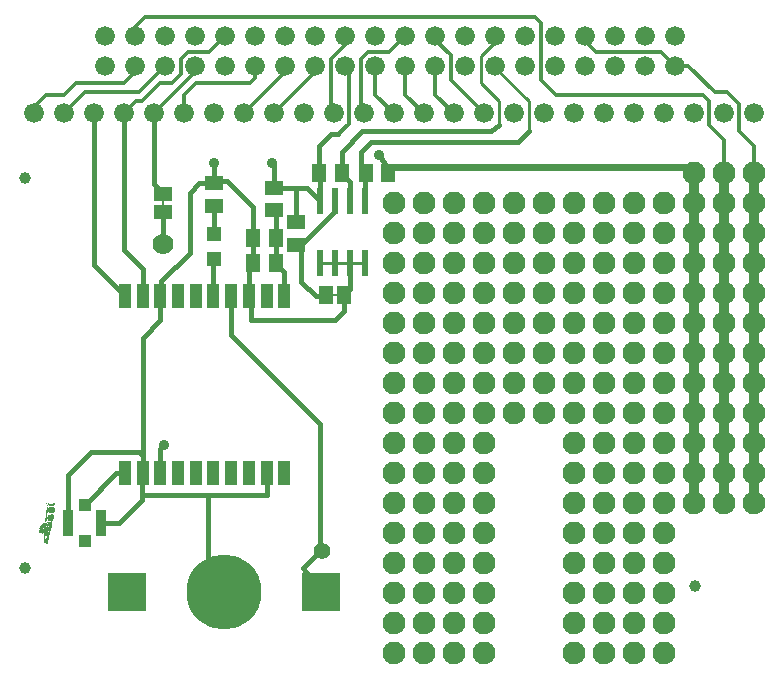
<source format=gbr>
G04 EAGLE Gerber RS-274X export*
G75*
%MOMM*%
%FSLAX34Y34*%
%LPD*%
%INTop Copper*%
%IPPOS*%
%AMOC8*
5,1,8,0,0,1.08239X$1,22.5*%
G01*
%ADD10C,1.676400*%
%ADD11R,0.600000X2.200000*%
%ADD12R,1.300000X1.500000*%
%ADD13R,1.500000X1.300000*%
%ADD14R,1.168400X1.600200*%
%ADD15R,0.635000X0.203200*%
%ADD16R,1.000000X2.000000*%
%ADD17R,1.200000X1.200000*%
%ADD18C,6.350000*%
%ADD19R,3.200000X3.200000*%
%ADD20R,0.850000X2.200000*%
%ADD21R,1.000000X1.050000*%
%ADD22C,1.000000*%
%ADD23R,1.600200X1.168400*%
%ADD24R,0.203200X0.635000*%
%ADD25C,1.778000*%
%ADD26R,0.025400X0.025400*%
%ADD27R,0.025400X0.228600*%
%ADD28R,0.025400X0.355600*%
%ADD29R,0.025400X0.050800*%
%ADD30R,0.025400X0.406400*%
%ADD31R,0.025400X0.127000*%
%ADD32R,0.025400X0.457200*%
%ADD33R,0.025400X0.152400*%
%ADD34R,0.025400X0.482600*%
%ADD35R,0.025400X0.279400*%
%ADD36R,0.025400X0.508000*%
%ADD37R,0.025400X0.177800*%
%ADD38R,0.025400X0.431800*%
%ADD39R,0.025400X0.533400*%
%ADD40R,0.025400X0.203200*%
%ADD41R,0.025400X0.584200*%
%ADD42R,0.025400X0.558800*%
%ADD43R,0.025400X0.304800*%
%ADD44R,0.025400X0.609600*%
%ADD45R,0.025400X0.381000*%
%ADD46R,0.025400X0.330200*%
%ADD47R,0.025400X0.101600*%
%ADD48R,0.025400X0.254000*%
%ADD49R,0.025400X0.076200*%
%ADD50C,1.930400*%
%ADD51C,0.812800*%
%ADD52C,0.304800*%
%ADD53C,0.406400*%
%ADD54C,0.906400*%
%ADD55C,0.609600*%
%ADD56C,0.254000*%
%ADD57C,1.422400*%


D10*
X86240Y522460D03*
X86240Y547860D03*
X111640Y522460D03*
X111640Y547860D03*
X137040Y522460D03*
X137040Y547860D03*
X162440Y522460D03*
X162440Y547860D03*
X187840Y522460D03*
X187840Y547860D03*
X213240Y522460D03*
X213240Y547860D03*
X238640Y522460D03*
X238640Y547860D03*
X264040Y522460D03*
X264040Y547860D03*
X289440Y522460D03*
X289440Y547860D03*
X314840Y522460D03*
X314840Y547860D03*
X340240Y522460D03*
X340240Y547860D03*
X365640Y522460D03*
X365640Y547860D03*
X391040Y522460D03*
X391040Y547860D03*
X416440Y522460D03*
X416440Y547860D03*
X441840Y522460D03*
X441840Y547860D03*
X467240Y522460D03*
X467240Y547860D03*
X492640Y522460D03*
X492640Y547860D03*
X518040Y522460D03*
X518040Y547860D03*
X543440Y522460D03*
X543440Y547860D03*
X568840Y522460D03*
X568840Y547860D03*
X25400Y482600D03*
X50800Y482600D03*
X76200Y482600D03*
X101600Y482600D03*
X127000Y482600D03*
X152400Y482600D03*
X177800Y482600D03*
X203200Y482600D03*
X228600Y482600D03*
X254000Y482600D03*
X279400Y482600D03*
X304800Y482600D03*
X330200Y482600D03*
X355600Y482600D03*
X381000Y482600D03*
X406400Y482600D03*
X431800Y482600D03*
X457200Y482600D03*
X482600Y482600D03*
X508000Y482600D03*
X533400Y482600D03*
X558800Y482600D03*
X584200Y482600D03*
X609600Y482600D03*
X635000Y482600D03*
D11*
X280670Y356270D03*
X280670Y408270D03*
X267970Y356270D03*
X293370Y356270D03*
X306070Y356270D03*
X267970Y408270D03*
X293370Y408270D03*
X306070Y408270D03*
D12*
X306730Y431800D03*
X325730Y431800D03*
X286360Y431800D03*
X267360Y431800D03*
D13*
X247650Y371500D03*
X247650Y390500D03*
D14*
X288290Y328930D03*
X273050Y328930D03*
D15*
X280670Y328930D03*
D16*
X237680Y327730D03*
X222680Y327730D03*
X207680Y327730D03*
X192680Y327730D03*
X177680Y327730D03*
X162680Y327730D03*
X147680Y327730D03*
X132680Y327730D03*
X117680Y327730D03*
X102680Y327730D03*
X102680Y177730D03*
X117680Y177730D03*
X132680Y177730D03*
X147680Y177730D03*
X162680Y177730D03*
X177680Y177730D03*
X192680Y177730D03*
X207680Y177730D03*
X222680Y177730D03*
X237680Y177730D03*
D17*
X177800Y380070D03*
X177800Y359070D03*
D13*
X177800Y423520D03*
X177800Y404520D03*
D12*
X230480Y355600D03*
X211480Y355600D03*
X230480Y377190D03*
X211480Y377190D03*
D13*
X228600Y419710D03*
X228600Y400710D03*
D18*
X186690Y77470D03*
D19*
X268944Y77470D03*
X104436Y77470D03*
D20*
X54830Y135890D03*
X82330Y135890D03*
D21*
X68580Y151140D03*
X68580Y120640D03*
D22*
X17780Y97790D03*
X17780Y427990D03*
X585470Y82550D03*
D23*
X134620Y414020D03*
X134620Y398780D03*
D24*
X134620Y406400D03*
D25*
X134620Y372110D03*
D26*
X43942Y147828D03*
D27*
X43688Y147320D03*
D28*
X43434Y146685D03*
D29*
X43434Y151765D03*
D30*
X43180Y146685D03*
D31*
X43180Y151638D03*
D32*
X42926Y146685D03*
D33*
X42926Y151511D03*
X42672Y141605D03*
D34*
X42672Y146812D03*
D33*
X42672Y151511D03*
D35*
X42418Y141224D03*
D36*
X42418Y146685D03*
D37*
X42418Y151384D03*
D38*
X42164Y140716D03*
D39*
X42164Y146812D03*
D37*
X42164Y151384D03*
D39*
X41910Y140208D03*
X41910Y146812D03*
D40*
X41910Y151257D03*
D41*
X41656Y140208D03*
D39*
X41656Y146812D03*
D40*
X41656Y151257D03*
D29*
X41402Y135509D03*
D41*
X41402Y140208D03*
D42*
X41402Y146685D03*
D40*
X41402Y151257D03*
D37*
X41148Y135128D03*
D41*
X41148Y140208D03*
D42*
X41148Y146685D03*
D40*
X41148Y151257D03*
D43*
X40894Y134747D03*
D41*
X40894Y140208D03*
D42*
X40894Y146685D03*
D40*
X40894Y151257D03*
D38*
X40640Y134112D03*
D44*
X40640Y140081D03*
D39*
X40640Y146812D03*
D40*
X40640Y151257D03*
D42*
X40386Y133731D03*
D41*
X40386Y140208D03*
D39*
X40386Y146812D03*
D40*
X40386Y151257D03*
D41*
X40132Y133604D03*
X40132Y140208D03*
D36*
X40132Y146685D03*
D40*
X40132Y151257D03*
D29*
X39878Y129159D03*
D44*
X39878Y133477D03*
D41*
X39878Y140208D03*
D34*
X39878Y146812D03*
D40*
X39878Y151257D03*
D37*
X39624Y128778D03*
D34*
X39624Y134112D03*
D41*
X39624Y140208D03*
D32*
X39624Y146685D03*
D40*
X39624Y151257D03*
D27*
X39370Y128016D03*
D30*
X39370Y134493D03*
D39*
X39370Y140208D03*
D38*
X39370Y146812D03*
D37*
X39370Y151384D03*
X39116Y130810D03*
D35*
X39116Y127254D03*
D28*
X39116Y134747D03*
D39*
X39116Y140208D03*
D45*
X39116Y146812D03*
D37*
X39116Y151384D03*
D43*
X38862Y130937D03*
D46*
X38862Y126492D03*
X38862Y134874D03*
D34*
X38862Y140208D03*
D46*
X38862Y146812D03*
D33*
X38862Y151511D03*
D30*
X38608Y130683D03*
D45*
X38608Y125984D03*
D46*
X38608Y134874D03*
D38*
X38608Y140208D03*
D35*
X38608Y146812D03*
D33*
X38608Y151511D03*
D30*
X38354Y130937D03*
D29*
X38354Y123063D03*
D45*
X38354Y125984D03*
D33*
X38354Y135509D03*
D45*
X38354Y140208D03*
D37*
X38354Y146812D03*
D31*
X38354Y151638D03*
D30*
X38100Y130683D03*
D33*
X38100Y122555D03*
D28*
X38100Y125857D03*
D31*
X38100Y135636D03*
D46*
X38100Y140208D03*
D29*
X38100Y151765D03*
D32*
X37846Y130429D03*
D47*
X37846Y133985D03*
D48*
X37846Y122047D03*
D46*
X37846Y125730D03*
D49*
X37846Y135636D03*
D27*
X37846Y140208D03*
D34*
X37592Y130302D03*
D33*
X37592Y133985D03*
D28*
X37592Y121285D03*
D43*
X37592Y125603D03*
D26*
X37592Y135636D03*
D49*
X37592Y140208D03*
D32*
X37338Y130175D03*
D37*
X37338Y134112D03*
D38*
X37338Y146558D03*
D29*
X37338Y150495D03*
D32*
X37338Y120777D03*
D35*
X37338Y125730D03*
D32*
X37084Y130175D03*
D27*
X37084Y134112D03*
D41*
X37084Y144272D03*
D32*
X37084Y120777D03*
D48*
X37084Y125857D03*
D32*
X36830Y129921D03*
D27*
X36830Y134112D03*
D36*
X36830Y141859D03*
D26*
X36830Y151638D03*
D38*
X36830Y120650D03*
D27*
X36830Y125730D03*
D34*
X36576Y129794D03*
D48*
X36576Y133985D03*
D34*
X36576Y139700D03*
D30*
X36576Y120777D03*
D40*
X36576Y125857D03*
D34*
X36322Y129540D03*
D43*
X36322Y133985D03*
D30*
X36322Y138049D03*
D28*
X36322Y120777D03*
D33*
X36322Y125857D03*
D38*
X36068Y129794D03*
D43*
X36068Y133985D03*
D27*
X36068Y137160D03*
D43*
X36068Y120777D03*
D47*
X36068Y126111D03*
D38*
X35814Y129540D03*
D46*
X35814Y133858D03*
D29*
X35814Y136271D03*
D48*
X35814Y120777D03*
D29*
X35814Y126365D03*
D32*
X35560Y129413D03*
D28*
X35560Y133731D03*
D33*
X35560Y120777D03*
D32*
X35306Y129159D03*
D28*
X35306Y133731D03*
D26*
X35052Y119126D03*
X35052Y119634D03*
D40*
X35052Y125095D03*
D38*
X35052Y129032D03*
D45*
X35052Y133604D03*
D44*
X34798Y123063D03*
D45*
X34798Y129032D03*
X34798Y133350D03*
X34544Y129032D03*
D30*
X34544Y133223D03*
D45*
X34290Y128778D03*
D30*
X34290Y133223D03*
D28*
X34036Y128651D03*
D45*
X34036Y132842D03*
D26*
X34036Y135128D03*
X33782Y126746D03*
D46*
X33782Y128778D03*
D45*
X33782Y132588D03*
D43*
X33528Y128651D03*
D30*
X33528Y132461D03*
D43*
X33274Y128397D03*
D38*
X33274Y132334D03*
D35*
X33020Y128270D03*
D45*
X33020Y131826D03*
D26*
X33020Y134366D03*
D40*
X32766Y128397D03*
D30*
X32766Y131699D03*
D42*
X32512Y130175D03*
D26*
X32512Y133604D03*
D41*
X32258Y130048D03*
D36*
X32004Y129667D03*
D26*
X32004Y132588D03*
X31750Y127254D03*
D38*
X31750Y129794D03*
D26*
X31750Y132334D03*
D46*
X31496Y129286D03*
D29*
X31496Y131445D03*
D27*
X31242Y128778D03*
D29*
X31242Y130429D03*
D47*
X30988Y128143D03*
D49*
X30988Y129286D03*
D26*
X30734Y128016D03*
D29*
X30734Y128905D03*
D50*
X609600Y431800D03*
X609600Y406400D03*
X609600Y381000D03*
X609600Y330200D03*
X609600Y355600D03*
X609600Y304800D03*
X609600Y279400D03*
X609600Y254000D03*
X609600Y228600D03*
X609600Y203200D03*
X609600Y177800D03*
X609600Y152400D03*
D51*
X609600Y149860D02*
X609600Y431800D01*
D52*
X609600Y459740D01*
X596900Y472440D01*
X596900Y492760D01*
X467360Y497840D02*
X454660Y510540D01*
X454660Y558800D01*
X449580Y563880D01*
X119380Y563880D01*
X111640Y556140D01*
X111640Y547860D01*
X467360Y497840D02*
X591820Y497840D01*
X596900Y492760D01*
X25400Y487680D02*
X25400Y482600D01*
X25400Y487680D02*
X35560Y497840D01*
X50800Y497840D01*
X60960Y508000D01*
X101600Y508000D01*
X111640Y518040D01*
X111640Y522460D01*
X68580Y500380D02*
X50800Y482600D01*
X68580Y500380D02*
X114960Y500380D01*
X137040Y522460D01*
X162440Y518040D02*
X127000Y482600D01*
X162440Y518040D02*
X162440Y522460D01*
D53*
X127000Y482600D02*
X127000Y422910D01*
X134620Y414020D01*
D52*
X152400Y482600D02*
X152400Y497840D01*
X162560Y508000D01*
X208280Y508000D01*
X213240Y512960D01*
X213240Y522460D01*
X238640Y518040D02*
X203200Y482600D01*
X238640Y518040D02*
X238640Y522460D01*
X264040Y518040D02*
X228600Y482600D01*
X264040Y518040D02*
X264040Y522460D01*
X314840Y497960D02*
X330200Y482600D01*
X314840Y497960D02*
X314840Y522460D01*
X340240Y497960D02*
X355600Y482600D01*
X340240Y497960D02*
X340240Y522460D01*
X365640Y497960D02*
X381000Y482600D01*
X365640Y497960D02*
X365640Y522460D01*
D50*
X584200Y152400D03*
X584200Y177800D03*
X584200Y203200D03*
X584200Y228600D03*
X584200Y254000D03*
X584200Y279400D03*
X584200Y304800D03*
X584200Y330200D03*
X584200Y355600D03*
X584200Y381000D03*
X584200Y406400D03*
X584200Y431800D03*
D52*
X292100Y519800D02*
X289440Y522460D01*
X292100Y519800D02*
X292100Y473710D01*
X283210Y464820D01*
D53*
X248920Y419710D02*
X228600Y419710D01*
X248920Y419710D02*
X256530Y419710D01*
X276860Y464820D02*
X283210Y464820D01*
D54*
X227330Y440690D03*
D53*
X228600Y439420D01*
X228600Y419710D01*
X267970Y408270D02*
X267970Y432410D01*
X267360Y431800D01*
X267360Y455320D01*
X276860Y464820D01*
X323190Y440030D02*
X325730Y431800D01*
X323190Y440030D02*
X317500Y447040D01*
D54*
X317500Y447040D03*
D51*
X584200Y431800D02*
X584200Y152400D01*
X586740Y152400D01*
D55*
X584200Y431800D02*
X579120Y436880D01*
X322580Y436880D01*
X323190Y436270D01*
X325730Y431800D01*
D53*
X267970Y408270D02*
X256530Y419710D01*
X247650Y418440D02*
X247650Y390500D01*
X247650Y418440D02*
X248920Y419710D01*
D50*
X635000Y431800D03*
X635000Y406400D03*
X635000Y381000D03*
X635000Y330200D03*
X635000Y355600D03*
X635000Y304800D03*
X635000Y279400D03*
X635000Y254000D03*
X635000Y228600D03*
X635000Y203200D03*
X635000Y177800D03*
X635000Y152400D03*
D52*
X492640Y543680D02*
X492640Y547860D01*
X492640Y543680D02*
X501650Y534670D01*
X556630Y534670D01*
X568840Y522460D01*
D56*
X280670Y356270D02*
X267970Y356270D01*
X280670Y356270D02*
X293370Y356270D01*
X306070Y356270D01*
X301590Y356270D01*
D53*
X132680Y327730D02*
X132680Y307340D01*
X209550Y307340D02*
X209550Y327730D01*
X207680Y327730D01*
X207680Y355600D01*
X211480Y355600D01*
X211480Y377190D01*
X211480Y403200D01*
X189230Y425450D01*
X179730Y425450D01*
X177800Y423520D01*
D54*
X177800Y440690D03*
D53*
X177800Y423520D01*
X222680Y177730D02*
X222680Y159180D01*
X186690Y77470D02*
X172720Y81280D01*
X117680Y192200D02*
X114300Y195580D01*
X117680Y192200D02*
X117680Y177730D01*
X117680Y292340D02*
X132680Y307340D01*
X117680Y292340D02*
X117680Y192200D01*
X165710Y423520D02*
X177800Y423520D01*
X165710Y423520D02*
X157480Y415290D01*
X157480Y364490D01*
X133350Y340360D01*
X133350Y328400D01*
X132680Y327730D01*
X209550Y307340D02*
X280670Y307340D01*
X288290Y314960D01*
X288290Y328930D01*
X293370Y334010D02*
X293370Y356270D01*
X293370Y334010D02*
X288290Y328930D01*
D51*
X635000Y431800D02*
X635000Y152400D01*
D52*
X622300Y490220D02*
X612140Y500380D01*
X622300Y490220D02*
X622300Y467360D01*
X635000Y454660D01*
X635000Y431800D01*
X579900Y522460D02*
X568840Y522460D01*
X579900Y522460D02*
X601980Y500380D01*
X612140Y500380D01*
D53*
X222680Y159180D02*
X172720Y159180D01*
X118540Y159180D01*
X172720Y159180D02*
X172720Y81280D01*
X54830Y135890D02*
X54830Y176750D01*
X73660Y195580D01*
X114300Y195580D01*
X97790Y135890D02*
X82330Y135890D01*
X97790Y135890D02*
X116840Y154940D01*
X116840Y157480D01*
X116840Y176890D01*
X117680Y177730D01*
X118540Y159180D02*
X116840Y157480D01*
X102680Y327730D02*
X76200Y354210D01*
X76200Y482600D01*
D52*
X101600Y482600D02*
X111760Y492760D01*
X116840Y492760D01*
X132080Y508000D01*
X142240Y508000D01*
X149860Y515620D01*
X149860Y528320D01*
X156210Y534670D01*
X173990Y534670D01*
X187180Y547860D01*
X187840Y547860D01*
D53*
X117680Y350950D02*
X117680Y327730D01*
X117680Y350950D02*
X101600Y367030D01*
X101600Y482600D01*
D52*
X276860Y485140D02*
X279400Y482600D01*
X276860Y485140D02*
X276860Y528320D01*
X289440Y540900D01*
X289440Y547860D01*
X302260Y485140D02*
X304800Y482600D01*
X302260Y485140D02*
X302260Y528320D01*
X308610Y534670D01*
X326390Y534670D01*
X339580Y547860D01*
X340240Y547860D01*
X378460Y510540D02*
X406400Y482600D01*
X378460Y510540D02*
X378460Y532130D01*
X365640Y544950D01*
X365640Y547860D01*
D56*
X419100Y492760D02*
X419100Y472440D01*
X419100Y492760D02*
X403860Y508000D01*
X403860Y530860D01*
X416440Y543440D01*
X416440Y547860D01*
D53*
X412750Y467360D02*
X303530Y467360D01*
X412750Y467360D02*
X419100Y472440D01*
X303530Y467360D02*
X286360Y450190D01*
X286360Y431800D01*
X293370Y424790D02*
X293370Y408270D01*
X293370Y424790D02*
X286360Y431800D01*
D56*
X416440Y520820D02*
X416440Y522460D01*
X416440Y520820D02*
X444500Y492760D01*
X444500Y467360D01*
X444500Y466090D01*
D53*
X435610Y458470D02*
X311150Y458470D01*
X435610Y458470D02*
X444500Y467360D01*
X311150Y458470D02*
X302260Y449580D01*
X302260Y431800D01*
X306070Y431800D02*
X306070Y408270D01*
X306070Y431800D02*
X306730Y431800D01*
X306070Y431800D02*
X302260Y431800D01*
X252120Y371500D02*
X247650Y371500D01*
X252120Y371500D02*
X280670Y400050D01*
X280670Y408270D01*
X252120Y371500D02*
X252120Y339700D01*
X264160Y327660D01*
X271780Y327660D01*
X273050Y328930D01*
X177680Y327730D02*
X177680Y358950D01*
X177800Y359070D01*
X177800Y380070D02*
X177800Y404520D01*
X253704Y97494D02*
X268944Y77470D01*
X253704Y97494D02*
X267970Y111760D01*
X267970Y219710D01*
X192680Y295000D01*
X192680Y327730D01*
X267970Y111760D02*
X269240Y111760D01*
D57*
X269240Y111760D03*
D53*
X95170Y177730D02*
X68580Y151140D01*
X95170Y177730D02*
X102680Y177730D01*
X134620Y372110D02*
X134620Y398780D01*
D54*
X135890Y201930D03*
D53*
X132680Y198720D01*
X132680Y177730D01*
X237680Y327730D02*
X237680Y348400D01*
X230480Y355600D01*
X230480Y377190D01*
X230480Y398830D01*
X228600Y400710D01*
D50*
X558800Y406400D03*
X558800Y381000D03*
X558800Y355600D03*
X533400Y355600D03*
X533400Y381000D03*
X533400Y406400D03*
X482600Y406400D03*
X508000Y355600D03*
X482600Y381000D03*
X482600Y355600D03*
X508000Y381000D03*
X508000Y406400D03*
X457200Y406400D03*
X457200Y381000D03*
X457200Y355600D03*
X431800Y355600D03*
X431800Y381000D03*
X431800Y406400D03*
X406400Y406400D03*
X406400Y381000D03*
X406400Y355600D03*
X381000Y355600D03*
X381000Y381000D03*
X381000Y406400D03*
X355600Y406400D03*
X355600Y355600D03*
X355600Y381000D03*
X330200Y406400D03*
X330200Y381000D03*
X330200Y355600D03*
X330200Y330200D03*
X355600Y330200D03*
X381000Y330200D03*
X406400Y330200D03*
X457200Y330200D03*
X431800Y330200D03*
X508000Y330200D03*
X533400Y330200D03*
X558800Y330200D03*
X482600Y330200D03*
X330200Y304800D03*
X330200Y279400D03*
X330200Y254000D03*
X330200Y228600D03*
X330200Y177800D03*
X330200Y203200D03*
X330200Y152400D03*
X330200Y127000D03*
X330200Y101600D03*
X330200Y76200D03*
X330200Y50800D03*
X330200Y25400D03*
X355600Y25400D03*
X355600Y50800D03*
X381000Y76200D03*
X355600Y76200D03*
X355600Y101600D03*
X355600Y127000D03*
X355600Y152400D03*
X355600Y177800D03*
X355600Y203200D03*
X355600Y228600D03*
X355600Y254000D03*
X355600Y279400D03*
X355600Y304800D03*
X381000Y304800D03*
X381000Y254000D03*
X381000Y279400D03*
X381000Y228600D03*
X381000Y203200D03*
X381000Y177800D03*
X381000Y152400D03*
X381000Y127000D03*
X381000Y101600D03*
X381000Y50800D03*
X381000Y25400D03*
X406400Y25400D03*
X406400Y50800D03*
X406400Y76200D03*
X406400Y101600D03*
X406400Y127000D03*
X406400Y152400D03*
X406400Y177800D03*
X406400Y228600D03*
X406400Y254000D03*
X406400Y279400D03*
X406400Y304800D03*
X431800Y304800D03*
X431800Y279400D03*
X431800Y254000D03*
X431800Y228600D03*
X406400Y203200D03*
X482600Y25400D03*
X482600Y76200D03*
X482600Y50800D03*
X482600Y101600D03*
X482600Y127000D03*
X482600Y152400D03*
X482600Y203200D03*
X482600Y228600D03*
X482600Y254000D03*
X482600Y279400D03*
X482600Y304800D03*
X457200Y304800D03*
X457200Y279400D03*
X457200Y254000D03*
X457200Y228600D03*
X508000Y304800D03*
X533400Y304800D03*
X558800Y304800D03*
X558800Y279400D03*
X533400Y279400D03*
X508000Y279400D03*
X508000Y254000D03*
X558800Y254000D03*
X533400Y254000D03*
X533400Y228600D03*
X508000Y228600D03*
X508000Y203200D03*
X533400Y203200D03*
X558800Y203200D03*
X558800Y228600D03*
X558800Y177800D03*
X533400Y177800D03*
X508000Y177800D03*
X482600Y177800D03*
X508000Y152400D03*
X533400Y152400D03*
X558800Y152400D03*
X558800Y127000D03*
X508000Y127000D03*
X508000Y101600D03*
X508000Y76200D03*
X508000Y50800D03*
X508000Y25400D03*
X533400Y25400D03*
X533400Y50800D03*
X533400Y76200D03*
X533400Y127000D03*
X558800Y101600D03*
X533400Y101600D03*
X558800Y76200D03*
X558800Y50800D03*
X558800Y25400D03*
M02*

</source>
